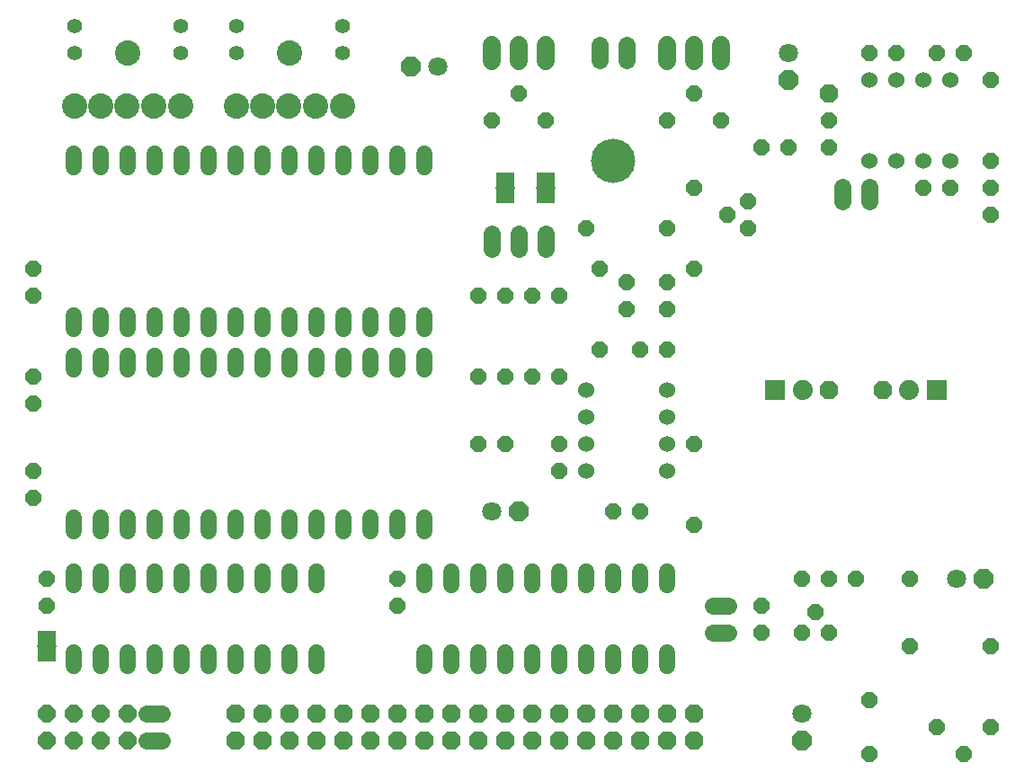
<source format=gbs>
G04 EAGLE Gerber RS-274X export*
G75*
%MOMM*%
%FSLAX34Y34*%
%LPD*%
%INSoldermask Bottom*%
%IPPOS*%
%AMOC8*
5,1,8,0,0,1.08239X$1,22.5*%
G01*
%ADD10P,1.649562X8X292.500000*%
%ADD11P,1.951982X8X22.500000*%
%ADD12C,1.803400*%
%ADD13P,1.649562X8X202.500000*%
%ADD14C,1.524000*%
%ADD15P,1.649562X8X22.500000*%
%ADD16P,1.649562X8X112.500000*%
%ADD17C,1.625600*%
%ADD18C,2.387600*%
%ADD19C,1.403200*%
%ADD20P,1.869504X8X22.500000*%
%ADD21P,1.951982X8X292.500000*%
%ADD22P,1.951982X8X202.500000*%
%ADD23C,4.165600*%
%ADD24P,1.869504X8X202.500000*%
%ADD25C,1.727200*%
%ADD26R,1.803400X1.371600*%
%ADD27R,1.828800X0.152400*%
%ADD28R,1.917700X1.917700*%
%ADD29C,1.879600*%
%ADD30P,1.759533X8X22.500000*%
%ADD31C,1.524000*%


D10*
X355600Y203200D03*
X355600Y177800D03*
D11*
X469900Y266700D03*
D12*
X444500Y266700D03*
D13*
X444754Y635000D03*
X495046Y635000D03*
X469900Y660400D03*
X723900Y609600D03*
X698500Y609600D03*
D14*
X800100Y596900D03*
X825500Y596900D03*
X825500Y673100D03*
X800100Y673100D03*
X850900Y596900D03*
X876300Y596900D03*
X850900Y673100D03*
X876300Y673100D03*
D13*
X825500Y698500D03*
X800100Y698500D03*
D10*
X762000Y635000D03*
X762000Y609600D03*
D15*
X863600Y698500D03*
X889000Y698500D03*
D16*
X914400Y596900D03*
X914400Y673100D03*
D10*
X914400Y571500D03*
X914400Y546100D03*
D17*
X571500Y691388D02*
X571500Y705612D01*
X546100Y705612D02*
X546100Y691388D01*
D18*
X254000Y698500D03*
X279000Y648500D03*
X304000Y648500D03*
X229000Y648500D03*
X204000Y648500D03*
D19*
X304000Y698500D03*
X304000Y723500D03*
X204000Y723500D03*
X204000Y698500D03*
D18*
X253600Y648500D03*
D20*
X762000Y660400D03*
D21*
X736600Y50800D03*
D12*
X736600Y76200D03*
D10*
X800100Y88900D03*
X800100Y38100D03*
D18*
X101600Y698500D03*
X126600Y648500D03*
X151600Y648500D03*
X76600Y648500D03*
X51600Y648500D03*
D19*
X151600Y698500D03*
X151600Y723500D03*
X51600Y723500D03*
X51600Y698500D03*
D18*
X101200Y648500D03*
D10*
X635000Y330200D03*
X635000Y254000D03*
D13*
X584200Y266700D03*
X558800Y266700D03*
D14*
X533400Y381000D03*
X533400Y355600D03*
X609600Y355600D03*
X609600Y381000D03*
X533400Y330200D03*
X533400Y304800D03*
X609600Y330200D03*
X609600Y304800D03*
D10*
X571500Y482600D03*
X571500Y457200D03*
D16*
X546100Y419100D03*
X546100Y495300D03*
X609600Y457200D03*
X609600Y482600D03*
D13*
X609600Y419100D03*
X584200Y419100D03*
D10*
X457200Y469900D03*
X457200Y393700D03*
X508000Y330200D03*
X508000Y304800D03*
D22*
X368300Y685800D03*
D12*
X393700Y685800D03*
D15*
X533400Y533400D03*
X609600Y533400D03*
X850900Y571500D03*
X876300Y571500D03*
D23*
X558800Y596900D03*
D24*
X635000Y76200D03*
X609600Y76200D03*
X584200Y76200D03*
X558800Y76200D03*
X533400Y76200D03*
X508000Y76200D03*
X635000Y50800D03*
X609600Y50800D03*
X584200Y50800D03*
X558800Y50800D03*
X533400Y50800D03*
X508000Y50800D03*
X482600Y76200D03*
X482600Y50800D03*
X457200Y76200D03*
X431800Y76200D03*
X406400Y76200D03*
X381000Y76200D03*
X355600Y76200D03*
X330200Y76200D03*
X457200Y50800D03*
X431800Y50800D03*
X406400Y50800D03*
X381000Y50800D03*
X355600Y50800D03*
X330200Y50800D03*
X304800Y76200D03*
X304800Y50800D03*
X279400Y76200D03*
X254000Y76200D03*
X228600Y76200D03*
X203200Y76200D03*
X279400Y50800D03*
X254000Y50800D03*
X228600Y50800D03*
X203200Y50800D03*
D25*
X495300Y690880D02*
X495300Y706120D01*
X469900Y706120D02*
X469900Y690880D01*
X444500Y690880D02*
X444500Y706120D01*
D15*
X914146Y63500D03*
X863854Y63500D03*
X889000Y38100D03*
D26*
X495300Y563880D03*
X495300Y579120D03*
D27*
X495300Y571500D03*
D26*
X457200Y563880D03*
X457200Y579120D03*
D27*
X457200Y571500D03*
D28*
X711200Y381000D03*
X863600Y381000D03*
D29*
X737400Y381000D03*
X837400Y381000D03*
D20*
X812800Y381000D03*
X762000Y381000D03*
D11*
X908050Y203200D03*
D12*
X882650Y203200D03*
D13*
X914400Y139700D03*
X838200Y139700D03*
D16*
X685800Y558800D03*
X666750Y546100D03*
X685800Y533400D03*
D10*
X635000Y571500D03*
X635000Y495300D03*
D30*
X76200Y50800D03*
X76200Y76200D03*
X101600Y50800D03*
X101600Y76200D03*
D21*
X723900Y673100D03*
D12*
X723900Y698500D03*
D30*
X25400Y50800D03*
X25400Y76200D03*
X50800Y50800D03*
X50800Y76200D03*
D17*
X653288Y152400D02*
X667512Y152400D01*
X667512Y177800D02*
X653288Y177800D01*
D16*
X508000Y393700D03*
X508000Y469900D03*
D10*
X482600Y469900D03*
X482600Y393700D03*
D31*
X50800Y260604D02*
X50800Y247396D01*
X76200Y247396D02*
X76200Y260604D01*
X101600Y260604D02*
X101600Y247396D01*
X127000Y247396D02*
X127000Y260604D01*
X152400Y260604D02*
X152400Y247396D01*
X177800Y247396D02*
X177800Y260604D01*
X203200Y260604D02*
X203200Y247396D01*
X228600Y247396D02*
X228600Y260604D01*
X254000Y260604D02*
X254000Y247396D01*
X279400Y247396D02*
X279400Y260604D01*
X304800Y260604D02*
X304800Y247396D01*
X330200Y247396D02*
X330200Y260604D01*
X355600Y260604D02*
X355600Y247396D01*
X381000Y247396D02*
X381000Y260604D01*
X381000Y399796D02*
X381000Y413004D01*
X355600Y413004D02*
X355600Y399796D01*
X330200Y399796D02*
X330200Y413004D01*
X304800Y413004D02*
X304800Y399796D01*
X279400Y399796D02*
X279400Y413004D01*
X254000Y413004D02*
X254000Y399796D01*
X228600Y399796D02*
X228600Y413004D01*
X203200Y413004D02*
X203200Y399796D01*
X177800Y399796D02*
X177800Y413004D01*
X152400Y413004D02*
X152400Y399796D01*
X127000Y399796D02*
X127000Y413004D01*
X101600Y413004D02*
X101600Y399796D01*
X76200Y399796D02*
X76200Y413004D01*
X50800Y413004D02*
X50800Y399796D01*
X50800Y437896D02*
X50800Y451104D01*
X76200Y451104D02*
X76200Y437896D01*
X101600Y437896D02*
X101600Y451104D01*
X127000Y451104D02*
X127000Y437896D01*
X152400Y437896D02*
X152400Y451104D01*
X177800Y451104D02*
X177800Y437896D01*
X203200Y437896D02*
X203200Y451104D01*
X228600Y451104D02*
X228600Y437896D01*
X254000Y437896D02*
X254000Y451104D01*
X279400Y451104D02*
X279400Y437896D01*
X304800Y437896D02*
X304800Y451104D01*
X330200Y451104D02*
X330200Y437896D01*
X355600Y437896D02*
X355600Y451104D01*
X381000Y451104D02*
X381000Y437896D01*
X381000Y590296D02*
X381000Y603504D01*
X355600Y603504D02*
X355600Y590296D01*
X330200Y590296D02*
X330200Y603504D01*
X304800Y603504D02*
X304800Y590296D01*
X279400Y590296D02*
X279400Y603504D01*
X254000Y603504D02*
X254000Y590296D01*
X228600Y590296D02*
X228600Y603504D01*
X203200Y603504D02*
X203200Y590296D01*
X177800Y590296D02*
X177800Y603504D01*
X152400Y603504D02*
X152400Y590296D01*
X127000Y590296D02*
X127000Y603504D01*
X101600Y603504D02*
X101600Y590296D01*
X76200Y590296D02*
X76200Y603504D01*
X50800Y603504D02*
X50800Y590296D01*
X50800Y133604D02*
X50800Y120396D01*
X76200Y120396D02*
X76200Y133604D01*
X203200Y133604D02*
X203200Y120396D01*
X228600Y120396D02*
X228600Y133604D01*
X101600Y133604D02*
X101600Y120396D01*
X127000Y120396D02*
X127000Y133604D01*
X177800Y133604D02*
X177800Y120396D01*
X152400Y120396D02*
X152400Y133604D01*
X254000Y133604D02*
X254000Y120396D01*
X279400Y120396D02*
X279400Y133604D01*
X279400Y196596D02*
X279400Y209804D01*
X254000Y209804D02*
X254000Y196596D01*
X228600Y196596D02*
X228600Y209804D01*
X203200Y209804D02*
X203200Y196596D01*
X177800Y196596D02*
X177800Y209804D01*
X152400Y209804D02*
X152400Y196596D01*
X127000Y196596D02*
X127000Y209804D01*
X101600Y209804D02*
X101600Y196596D01*
X76200Y196596D02*
X76200Y209804D01*
X50800Y209804D02*
X50800Y196596D01*
X381000Y133604D02*
X381000Y120396D01*
X406400Y120396D02*
X406400Y133604D01*
X431800Y133604D02*
X431800Y120396D01*
X457200Y120396D02*
X457200Y133604D01*
X482600Y133604D02*
X482600Y120396D01*
X508000Y120396D02*
X508000Y133604D01*
X533400Y133604D02*
X533400Y120396D01*
X558800Y120396D02*
X558800Y133604D01*
X584200Y133604D02*
X584200Y120396D01*
X609600Y120396D02*
X609600Y133604D01*
X609600Y196596D02*
X609600Y209804D01*
X584200Y209804D02*
X584200Y196596D01*
X558800Y196596D02*
X558800Y209804D01*
X533400Y209804D02*
X533400Y196596D01*
X508000Y196596D02*
X508000Y209804D01*
X482600Y209804D02*
X482600Y196596D01*
X457200Y196596D02*
X457200Y209804D01*
X431800Y209804D02*
X431800Y196596D01*
X406400Y196596D02*
X406400Y209804D01*
X381000Y209804D02*
X381000Y196596D01*
D17*
X444500Y513588D02*
X444500Y527812D01*
X469900Y527812D02*
X469900Y513588D01*
X495300Y513588D02*
X495300Y527812D01*
D15*
X736600Y152400D03*
X749300Y171450D03*
X762000Y152400D03*
X736600Y203200D03*
X762000Y203200D03*
D10*
X12700Y304800D03*
X12700Y279400D03*
X12700Y495300D03*
X12700Y469900D03*
D13*
X609854Y635000D03*
X660146Y635000D03*
X635000Y660400D03*
D16*
X431800Y393700D03*
X431800Y469900D03*
D15*
X431800Y330200D03*
X457200Y330200D03*
D26*
X25400Y132080D03*
X25400Y147320D03*
D27*
X25400Y139700D03*
D17*
X119888Y50800D02*
X134112Y50800D01*
X134112Y76200D02*
X119888Y76200D01*
D16*
X698500Y152400D03*
X698500Y177800D03*
D10*
X25400Y203200D03*
X25400Y177800D03*
D25*
X609600Y690880D02*
X609600Y706120D01*
X635000Y706120D02*
X635000Y690880D01*
X660400Y690880D02*
X660400Y706120D01*
D16*
X12700Y368300D03*
X12700Y393700D03*
D17*
X800100Y558038D02*
X800100Y572262D01*
X774700Y572262D02*
X774700Y558038D01*
D13*
X838200Y203200D03*
X787400Y203200D03*
M02*

</source>
